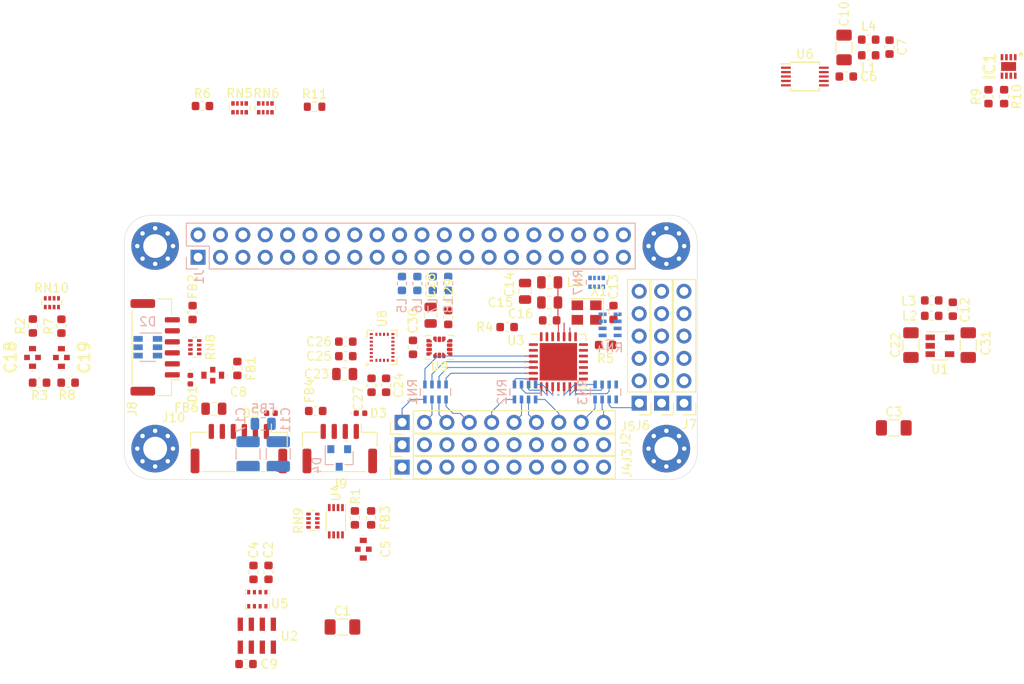
<source format=kicad_pcb>
(kicad_pcb (version 20221018) (generator pcbnew)
  (title_block (title "Raspberri Pi Zero Hat") (date "2020-06-02") (rev "0.1") (company "chipiki.ru"))
  (layers (0 "F.Cu" signal) (1 "In1.Cu" power) (2 "In2.Cu" power) (31 "B.Cu" signal) (34 "B.Paste" user) (35 "F.Paste" user) (36 "B.SilkS" user "B.Silkscreen") (37 "F.SilkS" user "F.Silkscreen") (38 "B.Mask" user) (39 "F.Mask" user) (44 "Edge.Cuts" user))
  (net 0 "")
  (net 1 "GNDD")
  (net 2 "+3V3")
  (net 3 "/PCA9685/PCA_VDD")
  (net 4 "/PCA9685/PWM_15")
  (net 5 "/PCA9685/PWM_14")
  (net 6 "/PCA9685/PWM_13")
  (net 7 "/PCA9685/PWM_12")
  (net 8 "/PCA9685/PWM_11")
  (net 9 "/PCA9685/PWM_10")
  (net 10 "/PCA9685/PWM_9")
  (net 11 "/PCA9685/PWM_8")
  (net 12 "/PCA9685/PWM_7")
  (net 13 "/PCA9685/PWM_6")
  (net 14 "/PCA9685/PWM_5")
  (net 15 "/PCA9685/PWM_4")
  (net 16 "/PCA9685/PWM_3")
  (net 17 "/PCA9685/PWM_2")
  (net 18 "/PCA9685/PWM_1")
  (net 19 "/PCA9685/PWM_0")
  (net 20 "Net-(D3-A1)")
  (net 21 "Net-(D1-A1)")
  (net 22 "/PCA9685/PWM_OUT3")
  (net 23 "/PCA9685/PWM_OUT0")
  (net 24 "/PCA9685/PWM_OUT2")
  (net 25 "/PCA9685/PWM_OUT1")
  (net 26 "/PCA9685/PWM_OUT5")
  (net 27 "/PCA9685/PWM_OUT6")
  (net 28 "/PCA9685/PWM_OUT4")
  (net 29 "/PCA9685/PWM_OUT7")
  (net 30 "/PCA9685/PWM_OUT11")
  (net 31 "/PCA9685/PWM_OUT8")
  (net 32 "/PCA9685/PWM_OUT10")
  (net 33 "/PCA9685/PWM_OUT9")
  (net 34 "/PCA9685/PWM_OUT13")
  (net 35 "/PCA9685/PWM_OUT14")
  (net 36 "/PCA9685/PWM_OUT12")
  (net 37 "/PCA9685/PWM_OUT15")
  (net 38 "/PCA9685/PCA_EXTCLK")
  (net 39 "+5V")
  (net 40 "Net-(D5-A1)")
  (net 41 "Net-(C8-Pad1)")
  (net 42 "Net-(U8-CAP)")
  (net 43 "Net-(U8-C1)")
  (net 44 "Net-(D2-TVS1)")
  (net 45 "Net-(D2-TVS2)")
  (net 46 "Net-(D2-TVS3)")
  (net 47 "Net-(C5-Pad1)")
  (net 48 "Net-(D2-TVS4)")
  (net 49 "/ADS1015/ADS_VDD")
  (net 50 "/ADS1015/ADS_GND")
  (net 51 "Net-(J9-Pin_3)")
  (net 52 "/BQ24313/BQ_IN")
  (net 53 "/POWER_CONN/BAT_CUR")
  (net 54 "Net-(C18-Pad3)")
  (net 55 "/POWER_CONN/BAT_VOLT")
  (net 56 "Net-(C19-Pad3)")
  (net 57 "Net-(J9-Pin_2)")
  (net 58 "Net-(J8-Pin_6)")
  (net 59 "Net-(J9-Pin_4)")
  (net 60 "Net-(J10-Pin_5)")
  (net 62 "/BQ24313/BQ_nFAULT")
  (net 63 "Net-(IC1-ILIM)")
  (net 64 "/BQ24313/BQ_nCE")
  (net 65 "/rbpi/Pin_7_PPM_SBUS_INPUT")
  (net 66 "/rbpi/Pin_11_UART_RTS")
  (net 67 "/rbpi/Pin_12_UART_CTS")
  (net 68 "/BARO/BARO_MS_nCS")
  (net 69 "/rbpi/Pin_13_PWM_EN")
  (net 70 "/rbpi/GPIO_22")
  (net 71 "/UART_RX")
  (net 72 "/UART_TX")
  (net 73 "/SDA1")
  (net 74 "/SCL1")
  (net 75 "/UART_CTS")
  (net 76 "/UART_RTS")
  (net 77 "/CUR_SENS")
  (net 78 "/VOLT_SENS")
  (net 79 "/SENS_VDD")
  (net 80 "/SENS_FGND")
  (net 81 "/SPI0_SCK")
  (net 82 "/SPI0_MISO")
  (net 83 "/SPI0_MOSI")
  (net 84 "/SENS_MOSI")
  (net 85 "/SENS_MISO")
  (net 86 "/SENS_SCK")
  (net 87 "/BQ24313_OUT")
  (net 88 "/SENSORS_POWER/MIC5504/MIC_VIN")
  (net 89 "/rbpi/Pin_16_MPU_DRDY")
  (net 90 "/rbpi/Pin_18")
  (net 91 "/rbpi/Pin_22")
  (net 92 "/PCA_nOE")
  (net 93 "/LSM_nCS")
  (net 94 "/BMP_nCS")
  (net 95 "/rbpi/GPIO_0_HAT_SDA")
  (net 96 "/rbpi/GPIO_1_HAT_SCL")
  (net 97 "/rbpi/GPIO_5")
  (net 98 "/rbpi/GPIO_6")
  (net 99 "/rbpi/GPIO_12")
  (net 100 "/rbpi/GPIO_13")
  (net 101 "/rbpi/GPIO_19")
  (net 102 "/rbpi/Pin_36")
  (net 103 "/rbpi/GPIO_26")
  (net 104 "/rbpi/Pin_38")
  (net 105 "/rbpi/Pin_40")
  (net 106 "/PCA9685/SERVO_POWER")
  (net 107 "/FB/Y4")
  (net 108 "/FB/X4")
  (net 109 "Net-(U4-EN)")
  (net 110 "Net-(RN10-R1.1)")
  (net 111 "Net-(U3-A0)")
  (net 112 "Net-(RN10-R2.1)")
  (net 114 "/rbpi/SBUS_INPUT_RAW")
  (net 115 "/SENSORS_EN")
  (net 118 "/ADS1015/AIN2")
  (net 119 "/ADS1015/AIN3")
  (net 120 "/IMU/LSM_INT4")
  (net 121 "/IMU/LSM_INT3")
  (net 122 "/IMU/LSM_INT1")
  (net 123 "/IMU/LSM_INT2")
  (net 124 "/IMU/LSM_DEN")
  (net 127 "/IMU/ICM_INT1")
  (net 129 "/IMU/ICM_INT2")
  (net 132 "/IMU/ICM_nCS")
  (footprint "MS5611:MS5611" (layer "F.Cu") (at 15.037044 47.74147)
    (fp_text reference "U2")
    (fp_text value "MS5611")
  )
  (footprint "MountingHole:MountingHole_2.7mm_M2.5_Pad_Via" (layer "F.Cu") (at 3.5 3.5)
    (fp_text reference "MH1" hide)
    (fp_text value "M2.5")
  )
  (footprint "MountingHole:MountingHole_2.7mm_M2.5_Pad_Via" (layer "F.Cu") (at 3.5 26.5)
    (fp_text reference "MH3" hide)
    (fp_text value "M2.5")
  )
  (footprint "MountingHole:MountingHole_2.7mm_M2.5_Pad_Via" (layer "F.Cu") (at 61.5 26.5)
    (fp_text reference "MH4" hide)
    (fp_text value "M2.5")
  )
  (footprint "Package_DFN_QFN:QFN-28-1EP_6x6mm_P0.65mm_EP4.25x4.25mm" (layer "F.Cu") (at 49.25 16.6375)
    (fp_text reference "U3")
    (fp_text value "PCA9685BS")
  )
  (footprint "MountingHole:MountingHole_2.7mm_M2.5_Pad_Via" (layer "F.Cu") (at 61.5 3.5)
    (fp_text reference "MH2" hide)
    (fp_text value "M2.5")
  )
  (footprint "Capacitor_SMD:C_0603_1608Metric" (layer "F.Cu") (at 55.499 11.049 90)
    (fp_text reference "C13")
    (fp_text value "0.1uF")
  )
  (footprint "Capacitor_SMD:C_0805_2012Metric" (layer "F.Cu") (at 45.466 8.636 -90)
    (fp_text reference "C14")
    (fp_text value "10uF")
  )
  (footprint "Capacitor_SMD:C_0805_2012Metric" (layer "F.Cu") (at 48.26 9.906 180)
    (fp_text reference "C15")
    (fp_text value "10uF")
  )
  (footprint "Capacitor_SMD:C_0603_1608Metric" (layer "F.Cu") (at 48.26 11.938 180)
    (fp_text reference "C16")
    (fp_text value "0.1uF")
  )
  (footprint "Inductor_SMD:L_0805_2012Metric" (layer "F.Cu") (at 48.259999 7.62)
    (fp_text reference "L9")
    (fp_text value "Ferrite_Bead")
  )
  (footprint "Resistor_SMD:R_0603_1608Metric" (layer "F.Cu") (at 43.434 12.7 180)
    (fp_text reference "R4")
    (fp_text value "10K")
  )
  (footprint "Resistor_SMD:R_0603_1608Metric" (layer "F.Cu") (at 54.61 14.732 180)
    (fp_text reference "R5")
    (fp_text value "10K")
  )
  (footprint "Oscillator:Oscillator_SMD_Abracon_ASE-4Pin_3.2x2.5mm" (layer "F.Cu") (at 52.451002 11.049 180)
    (fp_text reference "X1")
    (fp_text value "ASEMB-25.000MHZ-LC-T")
  )
  (footprint "Connector_PinHeader_2.54mm:PinHeader_1x06_P2.54mm_Vertical" (layer "F.Cu") (at 58.42 21.336 180)
    (fp_text reference "J5")
    (fp_text value "Conn_01x06")
  )
  (footprint "Connector_PinHeader_2.54mm:PinHeader_1x06_P2.54mm_Vertical" (layer "F.Cu") (at 60.96 21.336 180)
    (fp_text reference "J6")
    (fp_text value "Conn_01x06")
  )
  (footprint "Connector_PinHeader_2.54mm:PinHeader_1x06_P2.54mm_Vertical" (layer "F.Cu") (at 63.5 21.336 180)
    (fp_text reference "J7")
    (fp_text value "Conn_01x06")
  )
  (footprint "Package_LGA:Bosch_LGA-8_2x2.5mm_P0.65mm_ClockwisePinNumbering" (layer "F.Cu") (at 15.089807 43.596502 180)
    (fp_text reference "U5")
    (fp_text value "BMP280")
  )
  (footprint "Capacitor_SMD:C_0603_1608Metric" (layer "F.Cu") (at 16.359807 40.548503 90)
    (fp_text reference "C2")
    (fp_text value "100nF")
  )
  (footprint "Capacitor_SMD:C_0603_1608Metric" (layer "F.Cu") (at 14.654804 40.555499 90)
    (fp_text reference "C4")
    (fp_text value "100nF")
  )
  (footprint "Capacitor_SMD:C_0603_1608Metric" (layer "F.Cu") (at 13.805043 50.955468)
    (fp_text reference "C9")
    (fp_text value "100nF")
  )
  (footprint "Connector_PinHeader_2.54mm:PinHeader_1x10_P2.54mm_Vertical" (layer "F.Cu") (at 31.52 23.52 90)
    (fp_text reference "J2")
    (fp_text value "Conn_01x10")
  )
  (footprint "Connector_PinHeader_2.54mm:PinHeader_1x10_P2.54mm_Vertical" (layer "F.Cu") (at 31.52 28.6 90)
    (fp_text reference "J4")
    (fp_text value "Conn_01x10")
  )
  (footprint "Connector_PinHeader_2.54mm:PinHeader_1x10_P2.54mm_Vertical" (layer "F.Cu") (at 31.52 26.06 90)
    (fp_text reference "J3")
    (fp_text value "Conn_01x10")
  )
  (footprint "Resistor_SMD:R_0603_1608Metric" (layer "F.Cu") (at 8.871001 -12.401999)
    (fp_text reference "R6")
    (fp_text value "47K")
  )
  (footprint "NFM21PC105B1C3D:NFM21PC105B1C3D" (layer "F.Cu") (at 10.033 18.161 180)
    (fp_text reference "C8")
    (fp_text value "1uF/16V/0805/NFM21PC105B1C3D" hide)
  )
  (footprint "Diode_SMD:D_0402_1005Metric" (layer "F.Cu") (at 7.493 18.669 -90)
    (fp_text reference "D1")
    (fp_text value "PESD0402-140")
  )
  (footprint "Inductor_SMD:L_0603_1608Metric" (layer "F.Cu") (at 12.827 17.399 90)
    (fp_text reference "FB1")
    (fp_text value "Ferrite_Bead")
  )
  (footprint "Inductor_SMD:L_0603_1608Metric" (layer "F.Cu") (at 7.747 11.049 -90)
    (fp_text reference "FB2")
    (fp_text value "Ferrite_Bead")
  )
  (footprint "Connector_JST:JST_GH_BM06B-GHS-TBT_1x06-1MP_P1.25mm_Vertical" (layer "F.Cu") (at 3.5 15 90)
    (fp_text reference "J8")
    (fp_text value "Conn_01x06_MountingPin")
  )
  (footprint "Resistor_SMD:R_Array_Concave_4x0402" (layer "F.Cu") (at 8.001 14.986 180)
    (fp_text reference "RN8")
    (fp_text value "120R")
  )
  (footprint "Resistor_SMD:R_Array_Convex_4x0402" (layer "F.Cu") (at 13.081 -12.192 90)
    (fp_text reference "RN5")
    (fp_text value "10K/4x0402")
  )
  (footprint "Resistor_SMD:R_Array_Convex_4x0402" (layer "F.Cu") (at 16.002 -12.192 90)
    (fp_text reference "RN6")
    (fp_text value "10K/4x0402")
  )
  (footprint "SON50P200X200X80-9N" (layer "F.Cu") (at 100.33 -16.891 -90)
    (fp_text reference "IC1")
    (fp_text value "BQ24315DSGR" hide)
  )
  (footprint "NFM21PC105B1C3D:NFM21PC105B1C3D" (layer "F.Cu") (at 27.1145 37.9175 -90)
    (fp_text reference "C5")
    (fp_text value "1uF/16V/0805/NFM21PC105B1C3D" hide)
  )
  (footprint "Capacitor_SMD:C_0603_1608Metric" (layer "F.Cu") (at 86.820359 -19.092159 90)
    (fp_text reference "C7")
    (fp_text value "100nF")
  )
  (footprint "Capacitor_SMD:C_1206_3216Metric" (layer "F.Cu") (at 81.660999 -19.050003 90)
    (fp_text reference "C10")
    (fp_text value "22uF/10V")
  )
  (footprint "NFM21PC105B1C3D:NFM21PC105B1C3D" (layer "F.Cu") (at -10.413723 16.145187 90)
    (fp_text reference "C18")
    (fp_text value "1uF/16V/NFM21PC105B1C3D" hide)
  )
  (footprint "NFM21PC105B1C3D:NFM21PC105B1C3D" (layer "F.Cu") (at -7.135723 16.154186 90)
    (fp_text reference "C19")
    (fp_text value "1uF/16V/NFM21PC105B1C3D" hide)
  )
  (footprint "Diode_SMD:D_0402_1005Metric" (layer "F.Cu") (at 26.797 22.479)
    (fp_text reference "D3")
    (fp_text value "PESD0402-140")
  )
  (footprint "Diode_SMD:D_0402_1005Metric" (layer "F.Cu") (at 16.637 22.479)
    (fp_text reference "D5")
    (fp_text value "PESD0402-140")
  )
  (footprint "Inductor_SMD:L_0603_1608Metric" (layer "F.Cu") (at 28.0035 34.3615 90)
    (fp_text reference "FB3")
    (fp_text value "Ferrite_Bead")
  )
  (footprint "Inductor_SMD:L_0603_1608Metric" (layer "F.Cu") (at 21.717 22.225)
    (fp_text reference "FB4")
    (fp_text value "Ferrite_Bead")
  )
  (footprint "Inductor_SMD:L_0805_2012Metric" (layer "F.Cu") (at 10.16 21.971)
    (fp_text reference "FB6")
    (fp_text value "MPZ2012S221AT000")
  )
  (footprint "Connector_JST:JST_GH_BM06B-GHS-TBT_1x06-1MP_P1.25mm_Vertical" (layer "F.Cu") (at 13 26.5 180)
    (fp_text reference "J10")
    (fp_text value "JST_GH")
  )
  (footprint "Inductor_SMD:L_0603_1608Metric" (layer "F.Cu") (at 84.454999 -18.160998 180)
    (fp_text reference "L1")
    (fp_text value "Ferrite_Bead")
  )
  (footprint "Inductor_SMD:L_0603_1608Metric" (layer "F.Cu") (at 84.455 -19.938999 180)
    (fp_text reference "L4")
    (fp_text value "Ferrite_Bead")
  )
  (footprint "Resistor_SMD:R_0603_1608Metric" (layer "F.Cu") (at 26.162 34.3615 90)
    (fp_text reference "R1")
    (fp_text value "200K")
  )
  (footprint "Inductor_SMD:L_0603_1608Metric" (layer "F.Cu") (at -10.374224 12.572686 90)
    (fp_text reference "R2")
    (fp_text value "10K/0.1%")
  )
  (footprint "Inductor_SMD:L_0603_1608Metric" (layer "F.Cu") (at -9.612223 19.011686)
    (fp_text reference "R3")
    (fp_text value "1M")
  )
  (footprint "Inductor_SMD:L_0603_1608Metric" (layer "F.Cu") (at -7.135724 12.598185 90)
    (fp_text reference "R7")
    (fp_text value "10K/0.1%")
  )
  (footprint "Inductor_SMD:L_0603_1608Metric" (layer "F.Cu") (at -6.373723 19.011686)
    (fp_text reference "R8")
    (fp_text value "1M")
  )
  (footprint "Resistor_SMD:R_0603_1608Metric" (layer "F.Cu") (at 98.044 -13.462 -90)
    (fp_text reference "R9")
    (fp_text value "10K")
  )
  (footprint "Resistor_SMD:R_0603_1608Metric" (layer "F.Cu") (at 99.822 -13.462 -90)
    (fp_text reference "R10")
    (fp_text value "25K")
  )
  (footprint "Resistor_SMD:R_Array_Concave_4x0402" (layer "F.Cu") (at 21.3995 34.679 180)
    (fp_text reference "RN9")
    (fp_text value "1K5")
  )
  (footprint "Resistor_SMD:R_Array_Concave_4x0402" (layer "F.Cu") (at -8.215224 9.931186 90)
    (fp_text reference "RN10")
    (fp_text value "10K/1%")
  )
  (footprint "Package_SO:VSSOP-8_2.3x2mm_P0.5mm" (layer "F.Cu") (at 24.003 34.7425 -90)
    (fp_text reference "U4")
    (fp_text value "PCA9306DC")
  )
  (footprint "Package_SO:TSSOP-10_3x3mm_P0.5mm" (layer "F.Cu") (at 77.216 -15.748)
    (fp_text reference "U6")
    (fp_text value "ADS1015IDGS")
  )
  (footprint "Capacitor_SMD:C_0603_1608Metric" (layer "F.Cu") (at 81.915 -15.748001 180)
    (fp_text reference "C6")
    (fp_text value "0.1uF")
  )
  (footprint "Connector_JST:JST_GH_BM04B-GHS-TBT_1x04-1MP_P1.25mm_Vertical" (layer "F.Cu") (at 24.4475 26.5 180)
    (fp_text reference "J9")
    (fp_text value "JST_GH")
  )
  (footprint "Capacitor_SMD:C_1206_3216Metric" (layer "F.Cu") (at 24.75 46.75)
    (fp_text reference "C1")
    (fp_text value "22uF/10V")
  )
  (footprint "Capacitor_SMD:C_1206_3216Metric" (layer "F.Cu") (at 87.305001 24.145001)
    (fp_text reference "C3")
    (fp_text value "22uF/10V")
  )
  (footprint "Capacitor_SMD:C_0603_1608Metric" (layer "F.Cu") (at 94 10.672603 90)
    (fp_text reference "C12")
    (fp_text value "100nF")
  )
  (footprint "Capacitor_SMD:C_1206_3216Metric" (layer "F.Cu") (at 89.25 14.75 -90)
    (fp_text reference "C22")
    (fp_text value "22uF/10V")
  )
  (footprint "Capacitor_SMD:C_1206_3216Metric" (layer "F.Cu") (at 95.75 14.75 -90)
    (fp_text reference "C31")
    (fp_text value "22uF/10V")
  )
  (footprint "Inductor_SMD:L_0603_1608Metric" (layer "F.Cu") (at 91.608929 11.422604 180)
    (fp_text reference "L2")
    (fp_text value "Ferrite_Bead")
  )
  (footprint "Inductor_SMD:L_0603_1608Metric" (layer "F.Cu") (at 91.60893 9.672603 180)
    (fp_text reference "L3")
    (fp_text value "Ferrite_Bead")
  )
  (footprint "Package_TO_SOT_SMD:SOT-23-5" (layer "F.Cu") (at 92.535001 14.825001)
    (fp_text reference "U1")
    (fp_text value "MIC5504-3.3YM5")
  )
  (footprint "Capacitor_SMD:C_0603_1608Metric" (layer "F.Cu") (at 32.75 15 -90)
    (fp_text reference "C30")
    (fp_text value "0.1uF")
  )
  (footprint "Capacitor_SMD:C_0603_1608Metric" (layer "F.Cu") (at 29.702211 19.304987 -90)
    (fp_text reference "C24")
    (fp_text value "0.1uF")
  )
  (footprint "Capacitor_SMD:C_0603_1608Metric" (layer "F.Cu") (at 25.130212 14.351988 180)
    (fp_text reference "C26")
    (fp_text value "10nF/16V")
  )
  (footprint "Capacitor_SMD:C_0603_1608Metric" (layer "F.Cu") (at 25.130211 16.002989 180)
    (fp_text reference "C25")
    (fp_text value "0.1uF")
  )
  (footprint "Package_LGA:LGA-14_3x2.5mm_P0.5mm_LayoutBorder3x4y" (layer "F.Cu") (at 35.75 15 180)
    (fp_text reference "U9")
    (fp_text value "ICM-42688-P")
  )
  (footprint "Package_LGA:LGA-24L_3x3.5mm_P0.43mm" (layer "F.Cu") (at 29.25 15 90)
    (fp_text reference "U8")
    (fp_text value "LSM9DS1")
  )
  (footprint "Capacitor_SMD:C_0603_1608Metric" (layer "F.Cu") (at 28.051211 19.304987 -90)
    (fp_text reference "C27")
    (fp_text value "0.1uF")
  )
  (footprint "Capacitor_SMD:C_0603_1608Metric" (layer "F.Cu") (at 36.75 11.605483 90)
    (fp_text reference "C29")
    (fp_text value "10nF")
  )
  (footprint "Capacitor_SMD:C_0805_2012Metric" (layer "F.Cu") (at 25.003212 18.034989 180)
    (fp_text reference "C23")
    (fp_text value "4.7uF/10V")
  )
  (footprint "Capacitor_SMD:C_0805_2012Metric" (layer "F.Cu") (at 34.756704 11.35148 90)
    (fp_text reference "C28")
    (fp_text value "4.7uF")
  )
  (footprint "Resistor_SMD:R_0603_1608Metric" (layer "F.Cu") (at 21.59 -12.319)
    (fp_text reference "R11")
    (fp_text value "10K")
  )
  (footprint "Connector_PinSocket_2.54mm:PinSocket_2x20_P2.54mm_Vertical" (layer "B.Cu") (at 8.37 4.77 -90)
    (fp_text reference "J1")
    (fp_text value "RBPI_CONN")
  )
  (footprint "Resistor_SMD:R_Array_Concave_4x0603" (layer "B.Cu") (at 35.306 20.066 -90)
    (fp_text reference "RN1")
    (fp_text value "220R")
  )
  (footprint "Resistor_SMD:R_Array_Concave_4x0603" (layer "B.Cu") (at 45.466 20.066 -90)
    (fp_text reference "RN2")
    (fp_text value "220R")
  )
  (footprint "Resistor_SMD:R_Array_Concave_4x0603" (layer "B.Cu") (at 54.61 20.066 -90)
    (fp_text reference "RN3")
    (fp_text value "220R")
  )
  (footprint "Resistor_SMD:R_Array_Concave_4x0603" (layer "B.Cu") (at 55.118 12.446)
    (fp_text reference "RN4")
    (fp_text value "220R")
  )
  (footprint "Package_TO_SOT_SMD:SOT-23-6" (layer "B.Cu") (at 2.667 14.986 180)
    (fp_text reference "D2")
    (fp_text value "ESDA5V3SC5")
  )
  (footprint "Resistor_SMD:R_Array_Convex_4x0402" (layer "B.Cu") (at 53.594 7.62 -90)
    (fp_text reference "RN7")
    (fp_text value "10K/4x0402")
  )
  (footprint "Capacitor_SMD:C_1210_3225Metric" (layer "B.Cu") (at 17.470501 27.1145 -90)
    (fp_text reference "C11")
    (fp_text value "22uF/16V")
  )
  (footprint "Capacitor_SMD:C_1210_3225Metric" (layer "B.Cu") (at 14.0415 27.114501 -90)
    (fp_text reference "C17")
    (fp_text value "22uF/16V")
  )
  (footprint "Package_TO_SOT_SMD:SOT-23" (layer "B.Cu") (at 24.384 27.559 -90)
    (fp_text reference "D4")
    (fp_text value "PESD3V3S2UT")
  )
  (footprint "Inductor_SMD:L_0805_2012Metric" (layer "B.Cu") (at 15.756 23.6855)
    (fp_text reference "FB5")
    (fp_text value "MPZ2012S221AT000")
  )
  (footprint "Inductor_SMD:L_0603_1608Metric" (layer "B.Cu") (at 31.500002 7.749999 90)
    (fp_text reference "L5")
    (fp_text value "Ferrite_Bead")
  )
  (footprint "Inductor_SMD:L_0603_1608Metric" (layer "B.Cu") (at 33.25 7.75 90)
    (fp_text reference "L6")
    (fp_text value "Ferrite_Bead")
  )
  (footprint "Inductor_SMD:L_0603_1608Metric" (layer "B.Cu") (at 35 7.75 90)
    (fp_text reference "L7")
    (fp_text value "Ferrite_Bead")
  )
  (footprint "Inductor_SMD:L_0603_1608Metric" (layer "B.Cu") (at 36.75 7.75 90)
    (fp_text reference "L8")
    (fp_text value "Ferrite_Bead")
  )
  (gr_arc (start 65 27) (mid 64.12132 29.12132) (end 62 30) (stroke (width 0.05)) (layer "Edge.Cuts"))
  (gr_arc (start 0 3) (mid 0.87868 0.87868) (end 3 0) (stroke (width 0.05)) (layer "Edge.Cuts"))
  (gr_line (start 0 27) (end 0 3) (stroke (width 0.05)) (layer "Edge.Cuts"))
  (gr_arc (start 62 0) (mid 64.12132 0.87868) (end 65 3) (stroke (width 0.05)) (layer "Edge.Cuts"))
  (gr_line (start 65 3) (end 65 27) (stroke (width 0.05)) (layer "Edge.Cuts"))
  (gr_arc (start 3 30) (mid 0.87868 29.12132) (end 0 27) (stroke (width 0.05)) (layer "Edge.Cuts"))
  (gr_line (start 62 30) (end 3 30) (stroke (width 0.05)) (layer "Edge.Cuts"))
  (gr_line (start 3 0) (end 62 0) (stroke (width 0.05)) (layer "Edge.Cuts"))
  (via (at 49.25 20.4) (size 0.2) (drill 0.1) (layers "F.Cu" "B.Cu") (net 1))
  (segment (start 49.197499 9.905999) (end 49.1975 9.906) (width 0.1524) (layer "F.Cu") (net 3))
  (segment (start 49.197499 7.62) (end 49.197499 9.905999) (width 0.1) (layer "F.Cu") (net 3))
  (segment (start 49.0475 11.938) (end 49.1975 11.788) (width 0.1524) (layer "F.Cu") (net 3))
  (segment (start 49.1975 9.906) (end 49.0475 10.056) (width 0.1524) (layer "F.Cu") (net 3))
  (segment (start 49.25 13.8) (end 49.25 12.1405) (width 0.1) (layer "F.Cu") (net 3))
  (segment (start 49.25 12.1405) (end 49.0475 11.938) (width 0.1524) (layer "F.Cu") (net 3))
  (segment (start 49.1975 11.788) (end 49.1975 9.906) (width 0.1) (layer "F.Cu") (net 3))
  (segment (start 55.01 21.56) (end 55.3 21.85) (width 0.1) (layer "B.Cu") (net 9))
  (segment (start 55.3 21.85) (end 57.906 21.85) (width 0.1) (layer "B.Cu") (net 9))
  (segment (start 57.906 21.85) (end 58.42 21.336) (width 0.1) (layer "B.Cu") (net 9))
  (segment (start 55.01 21.166) (end 55.01 21.56) (width 0.1) (layer "B.Cu") (net 9))
  (segment (start 55.01 20.916) (end 55.01 21.166) (width 0.1524) (layer "B.Cu") (net 9))
  (segment (start 54.38 22.18) (end 54.38 23.52) (width 0.1) (layer "B.Cu") (net 10))
  (segment (start 54.21 20.916) (end 54.21 22.01) (width 0.1) (layer "B.Cu") (net 10))
  (segment (start 54.21 22.01) (end 54.38 22.18) (width 0.1) (layer "B.Cu") (net 10))
  (segment (start 53.41 21.95) (end 51.84 23.52) (width 0.1) (layer "B.Cu") (net 11))
  (segment (start 53.41 20.916) (end 53.41 21.95) (width 0.1) (layer "B.Cu") (net 11))
  (segment (start 46.666 20.916) (end 47.716 20.916) (width 0.1) (layer "B.Cu") (net 12))
  (segment (start 47.716 20.916) (end 49.3 22.5) (width 0.1) (layer "B.Cu") (net 12))
  (segment (start 49.3 22.5) (end 49.3 23.52) (width 0.1) (layer "B.Cu") (net 12))
  (segment (start 45.866 22.626) (end 46.76 23.52) (width 0.1) (layer "B.Cu") (net 13))
  (segment (start 45.866 20.916) (end 45.866 22.626) (width 0.1) (layer "B.Cu") (net 13))
  (segment (start 45.066 22.674) (end 44.22 23.52) (width 0.1) (layer "B.Cu") (net 14))
  (segment (start 45.066 20.916) (end 45.066 22.674) (width 0.1) (layer "B.Cu") (net 14))
  (segment (start 44.266 20.916) (end 43.084 20.916) (width 0.1) (layer "B.Cu") (net 15))
  (segment (start 43.084 20.916) (end 41.68 22.32) (width 0.1) (layer "B.Cu") (net 15))
  (segment (start 41.68 22.32) (end 41.68 23.52) (width 0.1) (layer "B.Cu") (net 15))
  (segment (start 38.12 22.5) (end 39.14 23.52) (width 0.1) (layer "B.Cu") (net 16))
  (segment (start 36.506 21.706) (end 37.3 22.5) (width 0.1) (layer "B.Cu") (net 16))
  (segment (start 36.506 20.916) (end 36.506 21.706) (width 0.1) (layer "B.Cu") (net 16))
  (segment (start 37.3 22.5) (end 38.12 22.5) (width 0.1) (layer "B.Cu") (net 16))
  (segment (start 35.706 22.626) (end 36.6 23.52) (width 0.1) (layer "B.Cu") (net 17))
  (segment (start 35.706 20.916) (end 35.706 22.626) (width 0.1) (layer "B.Cu") (net 17))
  (segment (start 34.906 20.916) (end 34.906 22.674) (width 0.1) (layer "B.Cu") (net 18))
  (segment (start 34.906 22.674) (end 34.06 23.52) (width 0.1) (layer "B.Cu") (net 18))
  (segment (start 32.584 20.916) (end 31.52 21.98) (width 0.1) (layer "B.Cu") (net 19))
  (segment (start 34.106 20.916) (end 32.584 20.916) (width 0.1) (layer "B.Cu") (net 19))
  (segment (start 31.52 21.98) (end 31.52 23.52) (width 0.1) (layer "B.Cu") (net 19))
  (segment (start 46.4125 17.9375) (end 45.5 17.9375) (width 0.1) (layer "F.Cu") (net 22))
  (via (at 45.5 17.9375) (size 0.2) (drill 0.1) (layers "F.Cu" "B.Cu") (net 22))
  (segment (start 37.0625 17.9375) (end 36.506 18.494) (width 0.1) (layer "B.Cu") (net 22))
  (segment (start 45.5 17.9375) (end 37.0625 17.9375) (width 0.1) (layer "B.Cu") (net 22))
  (segment (start 36.506 18.494) (end 36.506 19.216) (width 0.1) (layer "B.Cu") (net 22))
  (segment (start 46.4125 15.9875) (end 45.5 15.9875) (width 0.1) (layer "F.Cu") (net 23))
  (via (at 45.5 15.9875) (size 0.2) (drill 0.1) (layers "F.Cu" "B.Cu") (net 23))
  (segment (start 35.5625 15.9875) (end 34.106 17.444) (width 0.1) (layer "B.Cu") (net 23))
  (segment (start 45.5 15.9875) (end 35.5625 15.9875) (width 0.1) (layer "B.Cu") (net 23))
  (segment (start 34.106 17.444) (end 34.106 19.216) (width 0.1) (layer "B.Cu") (net 23))
  (segment (start 46.4125 17.2875) (end 45.5 17.2875) (width 0.1) (layer "F.Cu") (net 24))
  (via (at 45.5 17.2875) (size 0.2) (drill 0.1) (layers "F.Cu" "B.Cu") (net 24))
  (segment (start 35.706 18.294) (end 35.706 19.216) (width 0.1) (layer "B.Cu") (net 24))
  (segment (start 36.7125 17.2875) (end 35.706 18.294) (width 0.1) (layer "B.Cu") (net 24))
  (segment (start 45.5 17.2875) (end 36.7125 17.2875) (width 0.1) (layer "B.Cu") (net 24))
  (segment (start 45.55 16.6375) (end 45.5 16.6375) (width 0.1) (layer "F.Cu") (net 25))
  (segment (start 46.4125 16.6375) (end 45.55 16.6375) (width 0.1) (layer "F.Cu") (net 25))
  (via (at 45.5 16.6375) (size 0.2) (drill 0.1) (layers "F.Cu" "B.Cu") (net 25))
  (segment (start 45.5 16.6375) (end 36.3125 16.6375) (width 0.1) (layer "B.Cu") (net 25))
  (segment (start 34.906 18.044) (end 34.906 19.216) (width 0.1) (layer "B.Cu") (net 25))
  (segment (start 36.3125 16.6375) (end 34.906 18.044) (width 0.1) (layer "B.Cu") (net 25))
  (segment (start 47.3 19.475) (end 47.3 20.4) (width 0.1) (layer "F.Cu") (net 26))
  (via (at 47.3 20.4) (size 0.2) (drill 0.1) (layers "F.Cu" "B.Cu") (net 26))
  (segment (start 45.55 20.2) (end 45.066 19.716) (width 0.1) (layer "B.Cu") (net 26))
  (segment (start 47.1 20.2) (end 45.55 20.2) (width 0.1) (layer "B.Cu") (net 26))
  (segment (start 47.3 20.4) (end 47.1 20.2) (width 0.1) (layer "B.Cu") (net 26))
  (segment (start 45.066 19.716) (end 45.066 19.216) (width 0.1) (layer "B.Cu") (net 26))
  (segment (start 47.95 19.475) (end 47.95 20.4) (width 0.1) (layer "F.Cu") (net 27))
  (via (at 47.95 20.4) (size 0.2) (drill 0.1) (layers "F.Cu" "B.Cu") (net 27))
  (segment (start 45.866 19.766) (end 45.866 19.216) (width 0.1) (layer "B.Cu") (net 27))
  (segment (start 45.9684 19.8684) (end 45.866 19.766) (width 0.1) (layer "B.Cu") (net 27))
  (segment (start 47.95 20.4) (end 47.4184 19.8684) (width 0.1) (layer "B.Cu") (net 27))
  (segment (start 47.4184 19.8684) (end 45.9684 19.8684) (width 0.1) (layer "B.Cu") (net 27))
  (segment (start 46.4125 18.5875) (end 45.5 18.5875) (width 0.1) (layer "F.Cu") (net 28))
  (via (at 45.5 18.5875) (size 0.2) (drill 0.1) (layers "F.Cu" "B.Cu") (net 28))
  (segment (start 45.4761 18.5636) (end 44.4364 18.5636) (width 0.1) (layer "B.Cu") (net 28))
  (segment (start 45.5 18.5875) (end 45.4761 18.5636) (width 0.1) (layer "B.Cu") (net 28))
  (segment (start 44.4364 18.5636) (end 44.266 18.734) (width 0.1) (layer "B.Cu") (net 28))
  (segment (start 44.266 18.734) (end 44.266 19.216) (width 0.1) (layer "B.Cu") (net 28))
  (segment (start 48.6 19.475) (end 48.6 20.4) (width 0.1) (layer "F.Cu") (net 29))
  (via (at 48.6 20.4) (size 0.2) (drill 0.1) (layers "F.Cu" "B.Cu") (net 29))
  (segment (start 47.416 19.216) (end 46.666 19.216) (width 0.1) (layer "B.Cu") (net 29))
  (segment (start 48.6 20.4) (end 47.416 19.216) (width 0.1) (layer "B.Cu") (net 29))
  (segment (start 49.9 19.475) (end 49.9 20.4) (width 0.1) (layer "F.Cu") (net 31))
  (via (at 49.9 20.4) (size 0.2) (drill 0.1) (layers "F.Cu" "B.Cu") (net 31))
  (segment (start 49.9 20.4) (end 51.084 19.216) (width 0.1) (layer "B.Cu") (net 31))
  (segment (start 51.084 19.216) (end 53.41 19.216) (width 0.1) (layer "B.Cu") (net 31))
  (segment (start 51.2 19.475) (end 51.2 20.4) (width 0.1) (layer "F.Cu") (net 32))
  (via (at 51.2 20.4) (size 0.2) (drill 0.1) (layers "F.Cu" "B.Cu") (net 32))
  (segment (start 51.3364 20.2636) (end 54.7364 20.2636) (width 0.1) (layer "B.Cu") (net 32))
  (segment (start 54.7364 20.2636) (end 55.01 19.99) (width 0.1) (layer "B.Cu") (net 32))
  (segment (start 55.01 19.99) (end 55.01 19.216) (width 0.1) (layer "B.Cu") (net 32))
  (segment (start 51.2 20.4) (end 51.3364 20.2636) (width 0.1) (layer "B.Cu") (net 32))
  (segment (start 50.55 19.475) (end 50.55 20.4) (width 0.1) (layer "F.Cu") (net 33))
  (via (at 50.55 20.4) (size 0.2) (drill 0.1) (layers "F.Cu" "B.Cu") (net 33))
  (segment (start 54.0816 19.8684) (end 54.21 19.74) (width 0.1) (layer "B.Cu") (net 33))
  (segment (start 51.0816 19.8684) (end 54.0816 19.8684) (width 0.1) (layer "B.Cu") (net 33))
  (segment (start 50.55 20.4) (end 51.0816 19.8684) (width 0.1) (layer "B.Cu") (net 33))
  (segment (start 54.21 19.74) (end 54.21 19.216) (width 0.1) (layer "B.Cu") (net 33))
  (segment (start 49.9 12.3) (end 49.9 13.8) (width 0.1) (layer "F.Cu") (net 73))
  (via (at 49.9 12.3) (size 0.2) (drill 0.1) (layers "F.Cu" "B.Cu") (net 73))
  (segment (start 50.55 13.8) (end 50.55 12.85) (width 0.1) (layer "F.Cu") (net 74))
  (via (at 50.55 12.85) (size 0.2) (drill 0.1) (layers "F.Cu" "B.Cu") (net 74))
)
</source>
